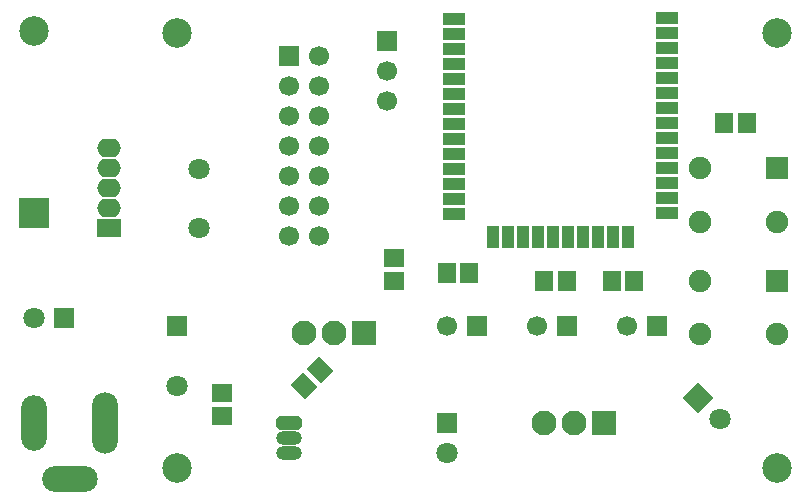
<source format=gbr>
G04 DipTrace 3.2.0.1*
G04 BottomMask.gbr*
%MOIN*%
G04 #@! TF.FileFunction,Soldermask,Bot*
G04 #@! TF.Part,Single*
%AMOUTLINE1*
4,1,4,
0.0,-0.05011,
-0.05011,0.0,
0.0,0.05011,
0.05011,0.0,
0.0,-0.05011,
0*%
%AMOUTLINE4*
4,1,8,
-0.031158,0.023622,
-0.043307,0.011473,
-0.043307,-0.011473,
-0.031158,-0.023622,
0.031158,-0.023622,
0.043307,-0.011473,
0.043307,0.011473,
0.031158,0.023622,
-0.031158,0.023622,
0*%
%AMOUTLINE7*
4,1,4,
0.033465,-0.029528,
-0.033465,-0.029528,
-0.033465,0.029528,
0.033465,0.029528,
0.033465,-0.029528,
0*%
%AMOUTLINE10*
4,1,4,
-0.002783,0.044542,
0.044542,-0.002783,
0.002783,-0.044542,
-0.044542,0.002783,
-0.002783,0.044542,
0*%
%ADD33R,0.074803X0.074803*%
%ADD34C,0.074803*%
%ADD38R,0.066929X0.066929*%
%ADD39C,0.066929*%
%ADD45C,0.09842*%
%ADD54O,0.07874X0.062992*%
%ADD56R,0.07874X0.062992*%
%ADD58R,0.043307X0.074803*%
%ADD60R,0.074803X0.043307*%
%ADD62R,0.066929X0.059055*%
%ADD64R,0.059055X0.066929*%
%ADD66O,0.086614X0.047244*%
%ADD68C,0.082677*%
%ADD69R,0.082677X0.082677*%
%ADD70C,0.070866*%
%ADD72O,0.185039X0.086614*%
%ADD74O,0.086614X0.204724*%
%ADD76O,0.086614X0.185039*%
%ADD80C,0.098425*%
%ADD81R,0.098425X0.098425*%
%ADD82C,0.070866*%
%ADD83R,0.070866X0.070866*%
%ADD87OUTLINE1*%
%ADD90OUTLINE4*%
%ADD93OUTLINE7*%
%ADD96OUTLINE10*%
%FSLAX26Y26*%
G04*
G70*
G90*
G75*
G01*
G04 BotMask*
%LPD*%
D83*
X618701Y1043701D3*
D82*
X518701D3*
X993701Y818701D3*
D83*
Y1018701D3*
X1893701Y693701D3*
D82*
Y593701D3*
D87*
X2733345Y779056D3*
D82*
X2804055Y708345D3*
D81*
X518701Y1393701D3*
D80*
Y2001969D3*
D39*
X1893701Y1018701D3*
D38*
X1993701D3*
D39*
X2493701D3*
D38*
X2593701D3*
D39*
X2193701D3*
D38*
X2293701D3*
D45*
X2993701Y1993701D3*
X993701D3*
X2993701Y543701D3*
X993701D3*
D38*
X1368701Y1918701D3*
D39*
X1468701D3*
X1368701Y1818701D3*
X1468701D3*
X1368701Y1718701D3*
X1468701D3*
X1368701Y1618701D3*
X1468701D3*
X1368701Y1518701D3*
X1468701D3*
X1368701Y1418701D3*
X1468701D3*
X1368701Y1318701D3*
X1468701D3*
D76*
X518701Y693701D3*
D74*
X754921D3*
D72*
X636811Y508661D3*
D38*
X1693701Y1968701D3*
D39*
Y1868701D3*
Y1768701D3*
D70*
X1068701Y1343701D3*
Y1540551D3*
D69*
X1618701Y993701D3*
D68*
X1518701D3*
X1418701D3*
D90*
X1368701Y693701D3*
D66*
Y643701D3*
Y593701D3*
D64*
X2818701Y1693701D3*
X2893504D3*
X1893701Y1193701D3*
X1968504D3*
X2518701Y1168701D3*
X2443898D3*
D62*
X1143701Y793701D3*
Y718898D3*
D93*
X1718701Y1243699D3*
Y1168896D3*
D96*
X1418701Y818701D3*
X1471596Y871596D3*
D64*
X2293701Y1168701D3*
X2218898D3*
D33*
X2993701D3*
D34*
Y991535D3*
X2737795D3*
Y1168701D3*
D33*
X2993701Y1543701D3*
D34*
Y1366535D3*
X2737795D3*
Y1543701D3*
D60*
X2627740Y2043701D3*
Y1993701D3*
Y1943701D3*
Y1893701D3*
Y1843701D3*
Y1793701D3*
Y1743701D3*
Y1693701D3*
Y1643701D3*
Y1593701D3*
Y1543701D3*
Y1493701D3*
Y1443701D3*
Y1393701D3*
D58*
X2498409Y1314370D3*
X2448701Y1314488D3*
X2398701D3*
X2348701D3*
X2298701D3*
X2248701D3*
X2198701D3*
X2148701D3*
X2098701D3*
X2048701D3*
D60*
X1918701Y1393488D3*
Y1443488D3*
Y1493488D3*
Y1543488D3*
Y1593488D3*
Y1643488D3*
Y1693488D3*
Y1743488D3*
Y1793488D3*
Y1843488D3*
Y1893488D3*
Y1943488D3*
Y1993488D3*
Y2043488D3*
D56*
X768701Y1343701D3*
D54*
Y1411024D3*
Y1478346D3*
Y1545669D3*
Y1612992D3*
D69*
X2418701Y693701D3*
D68*
X2318701D3*
X2218701D3*
M02*

</source>
